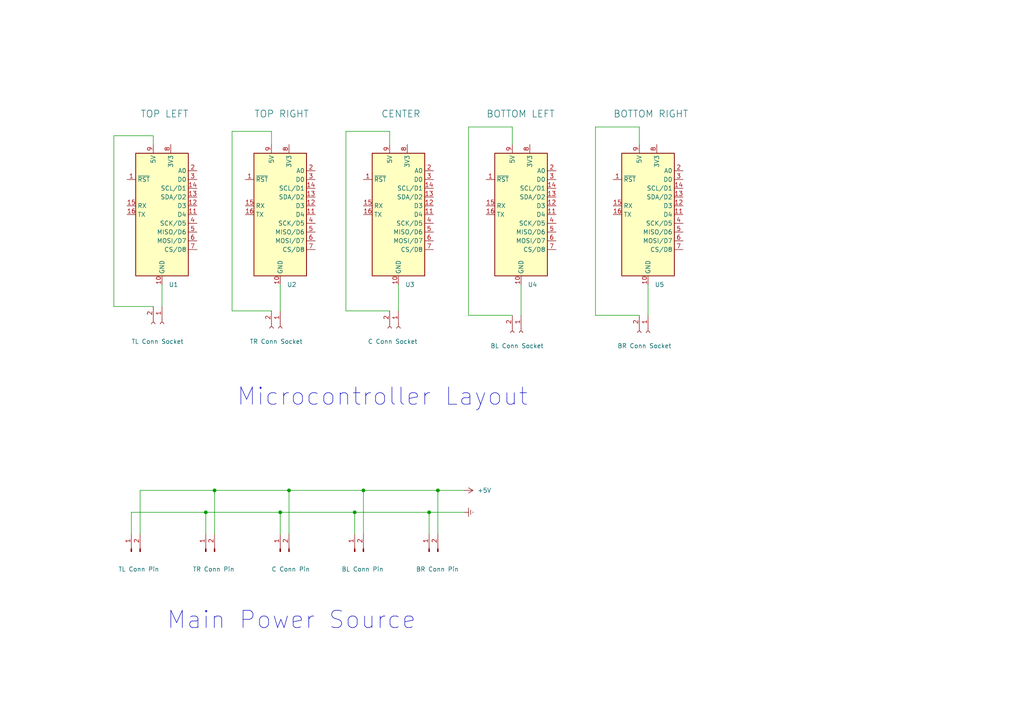
<source format=kicad_sch>
(kicad_sch (version 20230121) (generator eeschema)
  (paper "A4")
  (title_block (title "Drone Swarmer") (date "2024-06-19") (rev "v1.0r1") (company "Angelina Tsuboi"))
  (lib_symbols
    (symbol "Connector:Conn_01x02_Pin" (pin_names (offset 1.016) hide)
      (property "Reference" "J" (at 0 2.54 0))
      (property "Value" "Conn_01x02_Pin" (at 0 -5.08 0))
      (symbol "Conn_01x02_Pin_1_1"
        (polyline (pts (xy 1.27 -2.54) (xy 0.8636 -2.54)) (stroke (width 0.1524)))
        (polyline (pts (xy 1.27 0) (xy 0.8636 0)) (stroke (width 0.1524)))
        (rectangle (start 0.8636 -2.413) (end 0 -2.667) (stroke (width 0.1524)) (fill (type outline)))
        (rectangle (start 0.8636 0.127) (end 0 -0.127) (stroke (width 0.1524)) (fill (type outline)))
        (pin passive line (at 5.08 0 180) (length 3.81) (name "Pin_1") (number "1"))
        (pin passive line (at 5.08 -2.54 180) (length 3.81) (name "Pin_2") (number "2"))
      )
    )
    (symbol "Connector:Conn_01x02_Socket" (pin_names (offset 1.016) hide)
      (property "Reference" "J" (at 0 2.54 0))
      (property "Value" "Conn_01x02_Socket" (at 0 -5.08 0))
      (symbol "Conn_01x02_Socket_1_1"
        (arc (start 0 -2.032) (mid -0.5058 -2.54) (end 0 -3.048) (stroke (width 0.1524)))
        (polyline (pts (xy -1.27 -2.54) (xy -0.508 -2.54)) (stroke (width 0.1524)))
        (polyline (pts (xy -1.27 0) (xy -0.508 0)) (stroke (width 0.1524)))
        (arc (start 0 0.508) (mid -0.5058 0) (end 0 -0.508) (stroke (width 0.1524)))
        (pin passive line (at -5.08 0 0) (length 3.81) (name "Pin_1") (number "1"))
        (pin passive line (at -5.08 -2.54 0) (length 3.81) (name "Pin_2") (number "2"))
      )
    )
    (symbol "MCU_Module:WeMos_D1_mini"
      (property "Reference" "U" (at 3.81 19.05 0))
      (property "Value" "WeMos_D1_mini" (at 1.27 -19.05 0))
      (symbol "WeMos_D1_mini_1_1"
        (rectangle (start -7.62 17.78) (end 7.62 -17.78) (stroke (width 0.254)) (fill (type background)))
        (pin input line (at -10.16 10.16 0) (length 2.54) (name "~{RST}") (number "1"))
        (pin power_in line (at 0 -20.32 90) (length 2.54) (name "GND") (number "10"))
        (pin bidirectional line (at 10.16 0 180) (length 2.54) (name "D4") (number "11"))
        (pin bidirectional line (at 10.16 2.54 180) (length 2.54) (name "D3") (number "12"))
        (pin bidirectional line (at 10.16 5.08 180) (length 2.54) (name "SDA/D2") (number "13"))
        (pin bidirectional line (at 10.16 7.62 180) (length 2.54) (name "SCL/D1") (number "14"))
        (pin input line (at -10.16 2.54 0) (length 2.54) (name "RX") (number "15"))
        (pin output line (at -10.16 0 0) (length 2.54) (name "TX") (number "16"))
        (pin input line (at 10.16 12.7 180) (length 2.54) (name "A0") (number "2"))
        (pin bidirectional line (at 10.16 10.16 180) (length 2.54) (name "D0") (number "3"))
        (pin bidirectional line (at 10.16 -2.54 180) (length 2.54) (name "SCK/D5") (number "4"))
        (pin bidirectional line (at 10.16 -5.08 180) (length 2.54) (name "MISO/D6") (number "5"))
        (pin bidirectional line (at 10.16 -7.62 180) (length 2.54) (name "MOSI/D7") (number "6"))
        (pin bidirectional line (at 10.16 -10.16 180) (length 2.54) (name "CS/D8") (number "7"))
        (pin power_out line (at 2.54 20.32 270) (length 2.54) (name "3V3") (number "8"))
        (pin power_in line (at -2.54 20.32 270) (length 2.54) (name "5V") (number "9"))
      )
    )
    (symbol "power:+5V" (power) (pin_names (offset 0))
      (property "Value" "+5V" (at 0 3.556 0))
      (symbol "+5V_0_1"
        (polyline (pts (xy -0.762 1.27) (xy 0 2.54)))
        (polyline (pts (xy 0 0) (xy 0 2.54)))
        (polyline (pts (xy 0 2.54) (xy 0.762 1.27)))
      )
      (symbol "+5V_1_1"
        (pin power_in line (at 0 0 90) (length 0) hide (name "+5V") (number "1"))
      )
    )
    (symbol "power:GNDREF" (power) (pin_names (offset 0))
      (property "Value" "GNDREF" (at 0 -3.81 0))
      (symbol "GNDREF_0_1"
        (polyline (pts (xy -0.635 -1.905) (xy 0.635 -1.905)))
        (polyline (pts (xy -0.127 -2.54) (xy 0.127 -2.54)))
        (polyline (pts (xy 0 -1.27) (xy 0 0)))
        (polyline (pts (xy 1.27 -1.27) (xy -1.27 -1.27)))
      )
      (symbol "GNDREF_1_1"
        (pin power_in line (at 0 0 270) (length 0) hide (name "GNDREF") (number "1"))
      )
    )
  )
  (junction (at 62.23 142.24))
  (junction (at 105.41 142.24))
  (junction (at 83.82 142.24))
  (junction (at 124.46 148.59))
  (junction (at 81.28 148.59))
  (junction (at 127 142.24))
  (junction (at 59.69 148.59))
  (junction (at 102.87 148.59))
  (wire (pts (xy 33.02 39.37) (xy 33.02 88.9)))
  (wire (pts (xy 40.64 142.24) (xy 62.23 142.24)))
  (wire (pts (xy 113.03 41.91) (xy 113.03 38.1)))
  (wire (pts (xy 100.33 90.17) (xy 113.03 90.17)))
  (wire (pts (xy 127 142.24) (xy 127 154.94)))
  (wire (pts (xy 59.69 148.59) (xy 59.69 154.94)))
  (wire (pts (xy 67.31 38.1) (xy 78.74 38.1)))
  (wire (pts (xy 83.82 142.24) (xy 105.41 142.24)))
  (wire (pts (xy 33.02 88.9) (xy 44.45 88.9)))
  (wire (pts (xy 38.1 154.94) (xy 38.1 148.59)))
  (wire (pts (xy 185.42 41.91) (xy 185.42 36.83)))
  (wire (pts (xy 172.72 91.44) (xy 185.42 91.44)))
  (wire (pts (xy 187.96 82.55) (xy 187.96 91.44)))
  (wire (pts (xy 67.31 90.17) (xy 78.74 90.17)))
  (wire (pts (xy 148.59 41.91) (xy 148.59 36.83)))
  (wire (pts (xy 67.31 38.1) (xy 67.31 90.17)))
  (wire (pts (xy 124.46 148.59) (xy 124.46 154.94)))
  (wire (pts (xy 102.87 148.59) (xy 102.87 154.94)))
  (wire (pts (xy 59.69 148.59) (xy 81.28 148.59)))
  (wire (pts (xy 81.28 82.55) (xy 81.28 90.17)))
  (wire (pts (xy 81.28 148.59) (xy 81.28 154.94)))
  (wire (pts (xy 78.74 41.91) (xy 78.74 38.1)))
  (wire (pts (xy 172.72 36.83) (xy 172.72 91.44)))
  (wire (pts (xy 62.23 142.24) (xy 83.82 142.24)))
  (wire (pts (xy 105.41 142.24) (xy 105.41 154.94)))
  (wire (pts (xy 100.33 38.1) (xy 100.33 90.17)))
  (wire (pts (xy 62.23 142.24) (xy 62.23 154.94)))
  (wire (pts (xy 148.59 36.83) (xy 135.89 36.83)))
  (wire (pts (xy 135.89 91.44) (xy 148.59 91.44)))
  (wire (pts (xy 46.99 82.55) (xy 46.99 88.9)))
  (wire (pts (xy 44.45 39.37) (xy 33.02 39.37)))
  (wire (pts (xy 151.13 82.55) (xy 151.13 91.44)))
  (wire (pts (xy 81.28 148.59) (xy 102.87 148.59)))
  (wire (pts (xy 44.45 41.91) (xy 44.45 39.37)))
  (wire (pts (xy 40.64 154.94) (xy 40.64 142.24)))
  (wire (pts (xy 135.89 36.83) (xy 135.89 91.44)))
  (wire (pts (xy 185.42 36.83) (xy 172.72 36.83)))
  (wire (pts (xy 38.1 148.59) (xy 59.69 148.59)))
  (wire (pts (xy 115.57 82.55) (xy 115.57 90.17)))
  (wire (pts (xy 102.87 148.59) (xy 124.46 148.59)))
  (wire (pts (xy 83.82 142.24) (xy 83.82 154.94)))
  (wire (pts (xy 127 142.24) (xy 134.62 142.24)))
  (wire (pts (xy 124.46 148.59) (xy 134.62 148.59)))
  (wire (pts (xy 100.33 38.1) (xy 113.03 38.1)))
  (wire (pts (xy 105.41 142.24) (xy 127 142.24)))
  (text "Microcontroller Layout" (at 68.58 118.11 0) (effects (font (size 5 5)) (justify left bottom)))
  (text "Main Power Source\n" (at 48.26 182.88 0) (effects (font (size 5 5)) (justify left bottom)))
  (symbol (lib_id "MCU_Module:WeMos_D1_mini") (at 81.28 62.23 0) (unit 1)
    (property "Reference" "U2" (at 83.2359 82.55 0) (effects (justify left)))
    (property "Value" "TOP RIGHT" (at 73.66 33.02 0) (effects (font (size 2 2)) (justify left)))
    (property "Footprint" "Module:WEMOS_D1_mini_light" (effects hide))
    (property "Datasheet" "https://wiki.wemos.cc/products:d1:d1_mini#documentation" (effects hide))
  )
  (symbol (lib_id "MCU_Module:WeMos_D1_mini") (at 151.13 62.23 0) (unit 1)
    (property "Reference" "U4" (at 153.0859 82.55 0) (effects (justify left)))
    (property "Value" "BOTTOM LEFT" (at 140.97 33.02 0) (effects (font (size 2 2)) (justify left)))
    (property "Footprint" "Module:WEMOS_D1_mini_light" (effects hide))
    (property "Datasheet" "https://wiki.wemos.cc/products:d1:d1_mini#documentation" (effects hide))
  )
  (symbol (lib_id "Connector:Conn_01x02_Pin") (at 102.87 160.02 90) (unit 1)
    (property "Reference" "J9" (effects hide))
    (property "Value" "BL Conn Pin" (at 99.06 165.1 90) (effects (justify right)))
  )
  (symbol (lib_id "Connector:Conn_01x02_Socket") (at 151.13 96.52 270) (unit 1)
    (property "Reference" "J4" (effects hide))
    (property "Value" "BL Conn Socket" (at 142.24 100.33 90) (effects (justify left)))
  )
  (symbol (lib_id "MCU_Module:WeMos_D1_mini") (at 187.96 62.23 0) (unit 1)
    (property "Reference" "U5" (at 189.9159 82.55 0) (effects (justify left)))
    (property "Value" "BOTTOM RIGHT" (at 177.8 33.02 0) (effects (font (size 2 2)) (justify left)))
    (property "Footprint" "Module:WEMOS_D1_mini_light" (effects hide))
    (property "Datasheet" "https://wiki.wemos.cc/products:d1:d1_mini#documentation" (effects hide))
  )
  (symbol (lib_id "Connector:Conn_01x02_Socket") (at 187.96 96.52 270) (unit 1)
    (property "Reference" "J5" (effects hide))
    (property "Value" "BR Conn Socket" (at 179.07 100.33 90) (effects (justify left)))
  )
  (symbol (lib_id "Connector:Conn_01x02_Socket") (at 46.99 93.98 270) (unit 1)
    (property "Reference" "J1" (effects hide))
    (property "Value" "TL Conn Socket" (at 38.1 99.06 90) (effects (justify left)))
  )
  (symbol (lib_id "Connector:Conn_01x02_Pin") (at 38.1 160.02 90) (unit 1)
    (property "Reference" "J6" (effects hide))
    (property "Value" "TL Conn Pin" (at 34.29 165.1 90) (effects (justify right)))
  )
  (symbol (lib_id "Connector:Conn_01x02_Pin") (at 124.46 160.02 90) (unit 1)
    (property "Reference" "J10" (effects hide))
    (property "Value" "BR Conn Pin" (at 120.65 165.1 90) (effects (justify right)))
  )
  (symbol (lib_id "power:+5V") (at 134.62 142.24 270) (unit 1)
    (property "Reference" "#PWR01" (effects hide))
    (property "Value" "+5V" (at 138.43 142.24 90) (effects (justify left)))
  )
  (symbol (lib_id "Connector:Conn_01x02_Socket") (at 115.57 95.25 270) (unit 1)
    (property "Reference" "J3" (effects hide))
    (property "Value" "C Conn Socket" (at 106.68 99.06 90) (effects (justify left)))
  )
  (symbol (lib_id "MCU_Module:WeMos_D1_mini") (at 46.99 62.23 0) (unit 1)
    (property "Reference" "U1" (at 48.9459 82.55 0) (effects (justify left)))
    (property "Value" "TOP LEFT" (at 40.64 33.02 0) (effects (font (size 2 2)) (justify left)))
    (property "Footprint" "Module:WEMOS_D1_mini_light" (effects hide))
    (property "Datasheet" "https://wiki.wemos.cc/products:d1:d1_mini#documentation" (effects hide))
  )
  (symbol (lib_id "MCU_Module:WeMos_D1_mini") (at 115.57 62.23 0) (unit 1)
    (property "Reference" "U3" (at 117.5259 82.55 0) (effects (justify left)))
    (property "Value" "CENTER" (at 110.49 33.02 0) (effects (font (size 2 2)) (justify left)))
    (property "Footprint" "Module:WEMOS_D1_mini_light" (effects hide))
    (property "Datasheet" "https://wiki.wemos.cc/products:d1:d1_mini#documentation" (effects hide))
  )
  (symbol (lib_id "Connector:Conn_01x02_Socket") (at 81.28 95.25 270) (unit 1)
    (property "Reference" "J2" (effects hide))
    (property "Value" "TR Conn Socket" (at 72.39 99.06 90) (effects (justify left)))
  )
  (symbol (lib_id "Connector:Conn_01x02_Pin") (at 59.69 160.02 90) (unit 1)
    (property "Reference" "J7" (effects hide))
    (property "Value" "TR Conn Pin" (at 55.88 165.1 90) (effects (justify right)))
  )
  (symbol (lib_id "Connector:Conn_01x02_Pin") (at 81.28 160.02 90) (unit 1)
    (property "Reference" "J8" (effects hide))
    (property "Value" "C Conn Pin" (at 78.74 165.1 90) (effects (justify right)))
  )
  (symbol (lib_id "power:GNDREF") (at 134.62 148.59 90) (unit 1)
    (property "Reference" "#PWR02" (effects hide))
    (property "Value" "GNDREF" (effects hide))
  )
)
</source>
